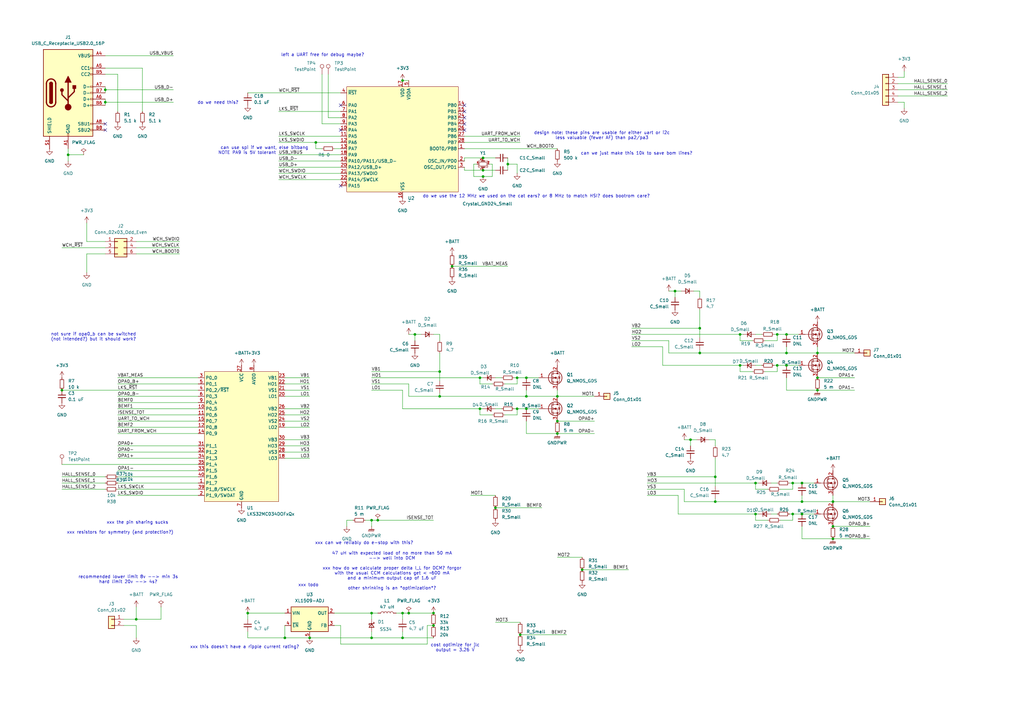
<source format=kicad_sch>
(kicad_sch (version 20231120) (generator "eeschema") (generator_version "8.0")
  (paper "A3")
  (junction (at 198.12 72.39))
  (junction (at 25.4 160.02))
  (junction (at 335.28 154.94))
  (junction (at 213.36 260.35))
  (junction (at 177.8 256.54))
  (junction (at 322.58 149.86))
  (junction (at 170.18 137.16))
  (junction (at 152.4 213.36))
  (junction (at 341.63 205.74))
  (junction (at 303.53 137.16))
  (junction (at 167.64 251.46))
  (junction (at 238.76 233.68))
  (junction (at 152.4 251.46))
  (junction (at 335.28 144.78))
  (junction (at 215.9 154.94))
  (junction (at 228.6 162.56))
  (junction (at 293.37 195.58))
  (junction (at 322.58 137.16))
  (junction (at 215.9 167.64))
  (junction (at 198.12 64.77))
  (junction (at 55.88 254))
  (junction (at 335.28 160.02))
  (junction (at 165.1 251.46))
  (junction (at 180.34 162.56))
  (junction (at 129.54 58.42))
  (junction (at 127 261.62))
  (junction (at 101.6 251.46))
  (junction (at 309.88 198.12))
  (junction (at 287.02 134.62))
  (junction (at 341.63 215.9))
  (junction (at 43.18 36.83))
  (junction (at 322.58 144.78))
  (junction (at 152.4 261.62))
  (junction (at 165.1 261.62))
  (junction (at 154.94 213.36))
  (junction (at 180.34 152.4))
  (junction (at 203.2 208.28))
  (junction (at 293.37 205.74))
  (junction (at 212.09 154.94))
  (junction (at 276.86 119.38))
  (junction (at 309.88 210.82))
  (junction (at 196.85 167.64))
  (junction (at 198.12 69.85))
  (junction (at 325.12 210.82))
  (junction (at 208.28 67.31))
  (junction (at 318.77 137.16))
  (junction (at 328.93 198.12))
  (junction (at 303.53 149.86))
  (junction (at 283.21 180.34))
  (junction (at 318.77 149.86))
  (junction (at 325.12 198.12))
  (junction (at 215.9 162.56))
  (junction (at 185.42 109.22))
  (junction (at 116.84 261.62))
  (junction (at 228.6 172.72))
  (junction (at 165.1 33.02))
  (junction (at 287.02 144.78))
  (junction (at 228.6 177.8))
  (junction (at 196.85 154.94))
  (junction (at 212.09 167.64))
  (junction (at 177.8 251.46))
  (junction (at 328.93 210.82))
  (junction (at 27.94 63.5))
  (junction (at 328.93 205.74))
  (junction (at 341.63 220.98))
  (junction (at 43.18 41.91))
  (no_connect (at 139.7 43.18))
  (no_connect (at 43.18 53.34))
  (no_connect (at 43.18 50.8))
  (no_connect (at 139.7 53.34))
  (no_connect (at 190.5 45.72))
  (no_connect (at 190.5 50.8))
  (no_connect (at 190.5 48.26))
  (no_connect (at 190.5 43.18))
  (no_connect (at 190.5 53.34))
  (no_connect (at 139.7 76.2))
  (wire (pts (xy 368.3 31.75) (xy 370.84 31.75)))
  (wire (pts (xy 198.12 72.39) (xy 201.93 72.39)))
  (wire (pts (xy 325.12 210.82) (xy 323.85 210.82)))
  (wire (pts (xy 201.93 67.31) (xy 200.66 67.31)))
  (wire (pts (xy 152.4 251.46) (xy 154.94 251.46)))
  (wire (pts (xy 287.02 144.78) (xy 322.58 144.78)))
  (wire (pts (xy 303.53 137.16) (xy 304.8 137.16)))
  (wire (pts (xy 101.6 251.46) (xy 116.84 251.46)))
  (wire (pts (xy 139.7 256.54) (xy 137.16 256.54)))
  (wire (pts (xy 152.4 213.36) (xy 152.4 215.9)))
  (wire (pts (xy 43.18 27.94) (xy 58.42 27.94)))
  (wire (pts (xy 48.26 200.66) (xy 81.28 200.66)))
  (wire (pts (xy 25.4 190.5) (xy 81.28 190.5)))
  (wire (pts (xy 55.88 104.14) (xy 73.66 104.14)))
  (wire (pts (xy 274.32 139.7) (xy 274.32 144.78)))
  (wire (pts (xy 48.26 195.58) (xy 81.28 195.58)))
  (wire (pts (xy 318.77 137.16) (xy 318.77 139.7)))
  (wire (pts (xy 322.58 149.86) (xy 327.66 149.86)))
  (wire (pts (xy 215.9 162.56) (xy 228.6 162.56)))
  (wire (pts (xy 167.64 157.48) (xy 167.64 162.56)))
  (wire (pts (xy 293.37 205.74) (xy 293.37 204.47)))
  (wire (pts (xy 101.6 259.08) (xy 101.6 261.62)))
  (wire (pts (xy 116.84 162.56) (xy 127 162.56)))
  (wire (pts (xy 328.93 215.9) (xy 328.93 220.98)))
  (wire (pts (xy 177.8 256.54) (xy 175.26 256.54)))
  (wire (pts (xy 259.08 134.62) (xy 287.02 134.62)))
  (wire (pts (xy 35.56 104.14) (xy 35.56 111.76)))
  (wire (pts (xy 116.84 256.54) (xy 116.84 261.62)))
  (wire (pts (xy 283.21 180.34) (xy 285.75 180.34)))
  (wire (pts (xy 180.34 162.56) (xy 215.9 162.56)))
  (wire (pts (xy 328.93 203.2) (xy 328.93 205.74)))
  (wire (pts (xy 43.18 41.91) (xy 43.18 43.18)))
  (wire (pts (xy 318.77 137.16) (xy 322.58 137.16)))
  (wire (pts (xy 152.4 160.02) (xy 165.1 160.02)))
  (wire (pts (xy 43.18 36.83) (xy 71.12 36.83)))
  (wire (pts (xy 170.18 137.16) (xy 172.72 137.16)))
  (wire (pts (xy 165.1 259.08) (xy 165.1 261.62)))
  (wire (pts (xy 190.5 58.42) (xy 213.36 58.42)))
  (wire (pts (xy 208.28 67.31) (xy 208.28 69.85)))
  (wire (pts (xy 212.09 154.94) (xy 215.9 154.94)))
  (wire (pts (xy 335.28 144.78) (xy 350.52 144.78)))
  (wire (pts (xy 175.26 264.16) (xy 139.7 264.16)))
  (wire (pts (xy 228.6 172.72) (xy 243.84 172.72)))
  (wire (pts (xy 322.58 160.02) (xy 335.28 160.02)))
  (wire (pts (xy 278.13 210.82) (xy 309.88 210.82)))
  (wire (pts (xy 43.18 99.06) (xy 35.56 99.06)))
  (wire (pts (xy 25.4 200.66) (xy 43.18 200.66)))
  (wire (pts (xy 341.63 205.74) (xy 341.63 203.2)))
  (wire (pts (xy 177.8 137.16) (xy 180.34 137.16)))
  (wire (pts (xy 58.42 27.94) (xy 58.42 45.72)))
  (wire (pts (xy 101.6 261.62) (xy 116.84 261.62)))
  (wire (pts (xy 320.04 213.36) (xy 325.12 213.36)))
  (wire (pts (xy 190.5 69.85) (xy 198.12 69.85)))
  (wire (pts (xy 309.88 210.82) (xy 309.88 213.36)))
  (wire (pts (xy 190.5 64.77) (xy 198.12 64.77)))
  (wire (pts (xy 43.18 36.83) (xy 43.18 38.1)))
  (wire (pts (xy 152.4 152.4) (xy 180.34 152.4)))
  (wire (pts (xy 196.85 170.18) (xy 201.93 170.18)))
  (wire (pts (xy 129.54 58.42) (xy 139.7 58.42)))
  (wire (pts (xy 43.18 104.14) (xy 35.56 104.14)))
  (wire (pts (xy 309.88 210.82) (xy 311.15 210.82)))
  (wire (pts (xy 116.84 175.26) (xy 127 175.26)))
  (wire (pts (xy 165.1 261.62) (xy 177.8 261.62)))
  (wire (pts (xy 293.37 195.58) (xy 293.37 187.96)))
  (wire (pts (xy 48.26 193.04) (xy 81.28 193.04)))
  (wire (pts (xy 152.4 154.94) (xy 196.85 154.94)))
  (wire (pts (xy 25.4 101.6) (xy 43.18 101.6)))
  (wire (pts (xy 293.37 205.74) (xy 328.93 205.74)))
  (wire (pts (xy 25.4 198.12) (xy 43.18 198.12)))
  (wire (pts (xy 165.1 160.02) (xy 165.1 167.64)))
  (wire (pts (xy 276.86 119.38) (xy 276.86 121.92)))
  (wire (pts (xy 309.88 198.12) (xy 311.15 198.12)))
  (wire (pts (xy 66.04 248.92) (xy 66.04 254)))
  (wire (pts (xy 318.77 137.16) (xy 317.5 137.16)))
  (wire (pts (xy 276.86 119.38) (xy 279.4 119.38)))
  (wire (pts (xy 320.04 200.66) (xy 325.12 200.66)))
  (wire (pts (xy 127 261.62) (xy 152.4 261.62)))
  (wire (pts (xy 215.9 177.8) (xy 228.6 177.8)))
  (wire (pts (xy 203.2 167.64) (xy 205.74 167.64)))
  (wire (pts (xy 265.43 200.66) (xy 280.67 200.66)))
  (wire (pts (xy 142.24 213.36) (xy 142.24 215.9)))
  (wire (pts (xy 271.78 142.24) (xy 271.78 149.86)))
  (wire (pts (xy 228.6 162.56) (xy 228.6 160.02)))
  (wire (pts (xy 48.26 198.12) (xy 81.28 198.12)))
  (wire (pts (xy 180.34 137.16) (xy 180.34 139.7)))
  (wire (pts (xy 259.08 142.24) (xy 271.78 142.24)))
  (wire (pts (xy 43.18 30.48) (xy 48.26 30.48)))
  (wire (pts (xy 152.4 157.48) (xy 167.64 157.48)))
  (wire (pts (xy 259.08 137.16) (xy 303.53 137.16)))
  (wire (pts (xy 212.09 167.64) (xy 215.9 167.64)))
  (wire (pts (xy 55.88 254) (xy 55.88 248.92)))
  (wire (pts (xy 196.85 154.94) (xy 196.85 157.48)))
  (wire (pts (xy 170.18 137.16) (xy 170.18 139.7)))
  (wire (pts (xy 316.23 210.82) (xy 318.77 210.82)))
  (wire (pts (xy 43.18 40.64) (xy 43.18 41.91)))
  (wire (pts (xy 228.6 228.6) (xy 238.76 228.6)))
  (wire (pts (xy 50.8 256.54) (xy 55.88 256.54)))
  (wire (pts (xy 165.1 251.46) (xy 165.1 254)))
  (wire (pts (xy 48.26 187.96) (xy 81.28 187.96)))
  (wire (pts (xy 309.88 213.36) (xy 314.96 213.36)))
  (wire (pts (xy 162.56 251.46) (xy 165.1 251.46)))
  (wire (pts (xy 290.83 180.34) (xy 293.37 180.34)))
  (wire (pts (xy 132.08 30.48) (xy 132.08 50.8)))
  (wire (pts (xy 25.4 160.02) (xy 81.28 160.02)))
  (wire (pts (xy 215.9 167.64) (xy 220.98 167.64)))
  (wire (pts (xy 48.26 172.72) (xy 81.28 172.72)))
  (wire (pts (xy 313.69 152.4) (xy 318.77 152.4)))
  (wire (pts (xy 116.84 187.96) (xy 127 187.96)))
  (wire (pts (xy 215.9 160.02) (xy 215.9 162.56)))
  (wire (pts (xy 48.26 165.1) (xy 81.28 165.1)))
  (wire (pts (xy 167.64 162.56) (xy 180.34 162.56)))
  (wire (pts (xy 303.53 149.86) (xy 303.53 152.4)))
  (wire (pts (xy 149.86 213.36) (xy 152.4 213.36)))
  (wire (pts (xy 190.5 66.04) (xy 190.5 64.77)))
  (wire (pts (xy 137.16 251.46) (xy 152.4 251.46)))
  (wire (pts (xy 318.77 149.86) (xy 322.58 149.86)))
  (wire (pts (xy 212.09 154.94) (xy 212.09 157.48)))
  (wire (pts (xy 313.69 139.7) (xy 318.77 139.7)))
  (wire (pts (xy 165.1 261.62) (xy 152.4 261.62)))
  (wire (pts (xy 325.12 210.82) (xy 328.93 210.82)))
  (wire (pts (xy 212.09 67.31) (xy 212.09 71.12)))
  (wire (pts (xy 190.5 60.96) (xy 228.6 60.96)))
  (wire (pts (xy 325.12 198.12) (xy 328.93 198.12)))
  (wire (pts (xy 208.28 67.31) (xy 212.09 67.31)))
  (wire (pts (xy 287.02 119.38) (xy 287.02 121.92)))
  (wire (pts (xy 328.93 210.82) (xy 334.01 210.82)))
  (wire (pts (xy 116.84 157.48) (xy 127 157.48)))
  (wire (pts (xy 207.01 157.48) (xy 212.09 157.48)))
  (wire (pts (xy 116.84 167.64) (xy 127 167.64)))
  (wire (pts (xy 341.63 220.98) (xy 356.87 220.98)))
  (wire (pts (xy 66.04 254) (xy 55.88 254)))
  (wire (pts (xy 370.84 41.91) (xy 370.84 44.45)))
  (wire (pts (xy 283.21 180.34) (xy 283.21 182.88)))
  (wire (pts (xy 116.84 172.72) (xy 127 172.72)))
  (wire (pts (xy 129.54 60.96) (xy 129.54 58.42)))
  (wire (pts (xy 259.08 139.7) (xy 274.32 139.7)))
  (wire (pts (xy 196.85 167.64) (xy 196.85 170.18)))
  (wire (pts (xy 185.42 109.22) (xy 208.28 109.22)))
  (wire (pts (xy 114.3 45.72) (xy 139.7 45.72)))
  (wire (pts (xy 55.88 256.54) (xy 55.88 261.62)))
  (wire (pts (xy 194.31 67.31) (xy 194.31 72.39)))
  (wire (pts (xy 116.84 180.34) (xy 127 180.34)))
  (wire (pts (xy 48.26 203.2) (xy 81.28 203.2)))
  (wire (pts (xy 212.09 154.94) (xy 210.82 154.94)))
  (wire (pts (xy 303.53 152.4) (xy 308.61 152.4)))
  (wire (pts (xy 152.4 213.36) (xy 154.94 213.36)))
  (wire (pts (xy 55.88 99.06) (xy 73.66 99.06)))
  (wire (pts (xy 165.1 251.46) (xy 167.64 251.46)))
  (wire (pts (xy 228.6 162.56) (xy 243.84 162.56)))
  (wire (pts (xy 25.4 195.58) (xy 43.18 195.58)))
  (wire (pts (xy 309.88 137.16) (xy 312.42 137.16)))
  (wire (pts (xy 152.4 261.62) (xy 152.4 259.08)))
  (wire (pts (xy 132.08 60.96) (xy 129.54 60.96)))
  (wire (pts (xy 116.84 154.94) (xy 127 154.94)))
  (wire (pts (xy 43.18 35.56) (xy 43.18 36.83)))
  (wire (pts (xy 322.58 154.94) (xy 322.58 160.02)))
  (wire (pts (xy 48.26 185.42) (xy 81.28 185.42)))
  (wire (pts (xy 114.3 73.66) (xy 139.7 73.66)))
  (wire (pts (xy 325.12 198.12) (xy 325.12 200.66)))
  (wire (pts (xy 335.28 154.94) (xy 350.52 154.94)))
  (wire (pts (xy 280.67 205.74) (xy 293.37 205.74)))
  (wire (pts (xy 175.26 256.54) (xy 175.26 264.16)))
  (wire (pts (xy 144.78 213.36) (xy 142.24 213.36)))
  (wire (pts (xy 228.6 177.8) (xy 243.84 177.8)))
  (wire (pts (xy 48.26 170.18) (xy 81.28 170.18)))
  (wire (pts (xy 196.85 154.94) (xy 198.12 154.94)))
  (wire (pts (xy 193.04 203.2) (xy 203.2 203.2)))
  (wire (pts (xy 114.3 66.04) (xy 139.7 66.04)))
  (wire (pts (xy 116.84 185.42) (xy 127 185.42)))
  (wire (pts (xy 180.34 152.4) (xy 180.34 144.78)))
  (wire (pts (xy 48.26 157.48) (xy 81.28 157.48)))
  (wire (pts (xy 196.85 157.48) (xy 201.93 157.48)))
  (wire (pts (xy 167.64 137.16) (xy 170.18 137.16)))
  (wire (pts (xy 180.34 156.21) (xy 180.34 152.4)))
  (wire (pts (xy 341.63 205.74) (xy 356.87 205.74)))
  (wire (pts (xy 287.02 134.62) (xy 287.02 127)))
  (wire (pts (xy 165.1 33.02) (xy 167.64 33.02)))
  (wire (pts (xy 180.34 161.29) (xy 180.34 162.56)))
  (wire (pts (xy 114.3 55.88) (xy 139.7 55.88)))
  (wire (pts (xy 190.5 68.58) (xy 190.5 69.85)))
  (wire (pts (xy 43.18 41.91) (xy 71.12 41.91)))
  (wire (pts (xy 271.78 149.86) (xy 303.53 149.86)))
  (wire (pts (xy 341.63 215.9) (xy 356.87 215.9)))
  (wire (pts (xy 167.64 251.46) (xy 177.8 251.46)))
  (wire (pts (xy 213.36 260.35) (xy 232.41 260.35)))
  (wire (pts (xy 368.3 34.29) (xy 388.62 34.29)))
  (wire (pts (xy 152.4 254) (xy 152.4 251.46)))
  (wire (pts (xy 55.88 101.6) (xy 73.66 101.6)))
  (wire (pts (xy 238.76 233.68) (xy 257.81 233.68)))
  (wire (pts (xy 278.13 203.2) (xy 278.13 210.82)))
  (wire (pts (xy 303.53 139.7) (xy 308.61 139.7)))
  (wire (pts (xy 27.94 63.5) (xy 34.29 63.5)))
  (wire (pts (xy 318.77 152.4) (xy 318.77 149.86)))
  (wire (pts (xy 196.85 167.64) (xy 198.12 167.64)))
  (wire (pts (xy 48.26 167.64) (xy 81.28 167.64)))
  (wire (pts (xy 215.9 172.72) (xy 215.9 177.8)))
  (wire (pts (xy 328.93 205.74) (xy 341.63 205.74)))
  (wire (pts (xy 318.77 149.86) (xy 317.5 149.86)))
  (wire (pts (xy 303.53 137.16) (xy 303.53 139.7)))
  (wire (pts (xy 114.3 71.12) (xy 139.7 71.12)))
  (wire (pts (xy 114.3 68.58) (xy 139.7 68.58)))
  (wire (pts (xy 328.93 220.98) (xy 341.63 220.98)))
  (wire (pts (xy 35.56 91.44) (xy 35.56 99.06)))
  (wire (pts (xy 101.6 254) (xy 101.6 251.46)))
  (wire (pts (xy 134.62 48.26) (xy 139.7 48.26)))
  (wire (pts (xy 322.58 144.78) (xy 335.28 144.78)))
  (wire (pts (xy 194.31 67.31) (xy 195.58 67.31)))
  (wire (pts (xy 139.7 264.16) (xy 139.7 256.54)))
  (wire (pts (xy 265.43 198.12) (xy 309.88 198.12)))
  (wire (pts (xy 116.84 261.62) (xy 127 261.62)))
  (wire (pts (xy 335.28 144.78) (xy 335.28 142.24)))
  (wire (pts (xy 114.3 63.5) (xy 139.7 63.5)))
  (wire (pts (xy 265.43 203.2) (xy 278.13 203.2)))
  (wire (pts (xy 201.93 67.31) (xy 201.93 72.39)))
  (wire (pts (xy 322.58 142.24) (xy 322.58 144.78)))
  (wire (pts (xy 116.84 170.18) (xy 127 170.18)))
  (wire (pts (xy 50.8 254) (xy 55.88 254)))
  (wire (pts (xy 203.2 208.28) (xy 222.25 208.28)))
  (wire (pts (xy 368.3 39.37) (xy 388.62 39.37)))
  (wire (pts (xy 114.3 58.42) (xy 129.54 58.42)))
  (wire (pts (xy 368.3 36.83) (xy 388.62 36.83)))
  (wire (pts (xy 325.12 213.36) (xy 325.12 210.82)))
  (wire (pts (xy 48.26 177.8) (xy 81.28 177.8)))
  (wire (pts (xy 287.02 144.78) (xy 287.02 143.51)))
  (wire (pts (xy 303.53 149.86) (xy 304.8 149.86)))
  (wire (pts (xy 208.28 64.77) (xy 208.28 67.31)))
  (wire (pts (xy 328.93 198.12) (xy 334.01 198.12)))
  (wire (pts (xy 309.88 200.66) (xy 314.96 200.66)))
  (wire (pts (xy 212.09 170.18) (xy 212.09 167.64)))
  (wire (pts (xy 265.43 195.58) (xy 293.37 195.58)))
  (wire (pts (xy 309.88 149.86) (xy 312.42 149.86)))
  (wire (pts (xy 203.2 255.27) (xy 213.36 255.27)))
  (wire (pts (xy 293.37 180.34) (xy 293.37 182.88)))
  (wire (pts (xy 134.62 30.48) (xy 134.62 48.26)))
  (wire (pts (xy 215.9 154.94) (xy 220.98 154.94)))
  (wire (pts (xy 116.84 160.02) (xy 127 160.02)))
  (wire (pts (xy 48.26 30.48) (xy 48.26 45.72)))
  (wire (pts (xy 368.3 41.91) (xy 370.84 41.91)))
  (wire (pts (xy 198.12 64.77) (xy 203.2 64.77)))
  (wire (pts (xy 48.26 175.26) (xy 81.28 175.26)))
  (wire (pts (xy 48.26 162.56) (xy 81.28 162.56)))
  (wire (pts (xy 43.18 22.86) (xy 71.12 22.86)))
  (wire (pts (xy 325.12 198.12) (xy 323.85 198.12)))
  (wire (pts (xy 27.94 66.04) (xy 27.94 63.5)))
  (wire (pts (xy 132.08 50.8) (xy 139.7 50.8)))
  (wire (pts (xy 27.94 63.5) (xy 27.94 60.96)))
  (wire (pts (xy 316.23 198.12) (xy 318.77 198.12)))
  (wire (pts (xy 137.16 60.96) (xy 139.7 60.96)))
  (wire (pts (xy 280.67 200.66) (xy 280.67 205.74)))
  (wire (pts (xy 48.26 182.88) (xy 81.28 182.88)))
  (wire (pts (xy 154.94 213.36) (xy 177.8 213.36)))
  (wire (pts (xy 370.84 31.75) (xy 370.84 29.21)))
  (wire (pts (xy 198.12 69.85) (xy 203.2 69.85)))
  (wire (pts (xy 280.67 180.34) (xy 283.21 180.34)))
  (wire (pts (xy 212.09 167.64) (xy 210.82 167.64)))
  (wire (pts (xy 309.88 198.12) (xy 309.88 200.66)))
  (wire (pts (xy 274.32 144.78) (xy 287.02 144.78)))
  (wire (pts (xy 165.1 167.64) (xy 196.85 167.64)))
  (wire (pts (xy 198.12 72.39) (xy 194.31 72.39)))
  (wire (pts (xy 116.84 182.88) (xy 127 182.88)))
  (wire (pts (xy 274.32 119.38) (xy 276.86 119.38)))
  (wire (pts (xy 284.48 119.38) (xy 287.02 119.38)))
  (wire (pts (xy 335.28 160.02) (xy 350.52 160.02)))
  (wire (pts (xy 203.2 154.94) (xy 205.74 154.94)))
  (wire (pts (xy 81.28 154.94) (xy 48.26 154.94)))
  (wire (pts (xy 293.37 199.39) (xy 293.37 195.58)))
  (wire (pts (xy 322.58 137.16) (xy 327.66 137.16)))
  (wire (pts (xy 101.6 38.1) (xy 139.7 38.1)))
  (wire (pts (xy 207.01 170.18) (xy 212.09 170.18)))
  (wire (pts (xy 287.02 138.43) (xy 287.02 134.62)))
  (wire (pts (xy 190.5 55.88) (xy 213.36 55.88)))
  (text "can use spi if we want, else bitbang" (at 108.458 60.706 0) (effects (font (size 1.27 1.27))))
  (text "do we use the 12 MHz we used on the cat ears? or 8 MHz to match HSI? does bootrom care?" (at 219.964 80.518 0) (effects (font (size 1.27 1.27))))
  (text "can we just make this 10k to save bom lines?" (at 261.112 62.992 0) (effects (font (size 1.27 1.27))))
  (text "xxx can we reliably do e-stop with this?" (at 149.352 222.758 0) (effects (font (size 1.27 1.27))))
  (text "not sure if opa0_b can be switched\n(not intended?) but it should work?" (at 38.354 138.176 0) (effects (font (size 1.27 1.27))))
  (text "left a UART free for debug maybe?" (at 132.334 22.606 0) (effects (font (size 1.27 1.27))))
  (text "design note: these pins are usable for either uart or i2c\nless valuable (fewer AF) than pa2/pa3" (at 246.888 55.626 0) (effects (font (size 1.27 1.27))))
  (text "do we need this?" (at 89.408 42.164 0) (effects (font (size 1.27 1.27))))
  (text "47 uH with expected load of no more than 50 mA\n--> well into DCM\n\nxxx how do we calculate proper delta I_L for DCM? forgor\nwith the usual CCM calculations get < ~600 mA\nand a minimum output cap of 1.6 uF\n\nother shrinking is an *optimization*?" (at 160.782 234.188 0) (effects (font (size 1.27 1.27))))
  (text "recommended lower limit 8v --> min 3s\nhard limit 20v --> 4s?" (at 52.578 237.744 0) (effects (font (size 1.27 1.27))))
  (text "xxx this doesn't have a ripple current rating?" (at 100.33 265.43 0) (effects (font (size 1.27 1.27))))
  (text "cost optimize for jlc\noutput = 3.26 V" (at 186.69 265.684 0) (effects (font (size 1.27 1.27))))
  (text "xxx the pin sharing sucks" (at 56.388 214.376 0) (effects (font (size 1.27 1.27))))
  (text "xxx resistors for symmetry (and protection?)" (at 49.276 218.44 0) (effects (font (size 1.27 1.27))))
  (text "NOTE PA9 is 5V tolerant" (at 101.346 62.738 0) (effects (font (size 1.27 1.27))))
  (text "xxx todo" (at 126.492 240.03 0) (effects (font (size 1.27 1.27))))
  (label "HO3" (at 127 182.88 180))
  (label "BEMF0" (at 48.26 165.1 0))
  (label "UART_FROM_WCH" (at 48.26 177.8 0))
  (label "WCH_SWCLK" (at 114.3 73.66 0))
  (label "MOT2" (at 350.52 144.78 180))
  (label "WCH_SWCLK" (at 73.66 101.6 180))
  (label "WCH_SWDIO" (at 114.3 71.12 0))
  (label "HALL_SENSE_0" (at 25.4 195.58 0))
  (label "LKS_SWCLK" (at 114.3 55.88 0))
  (label "BEMF1" (at 257.81 233.68 180))
  (label "USB_D+" (at 71.12 41.91 180))
  (label "ISENSE_TOT" (at 48.26 170.18 0))
  (label "VB2" (at 259.08 134.62 0))
  (label "MOT3" (at 203.2 255.27 0))
  (label "LO1" (at 152.4 160.02 0))
  (label "LKS_~{RST}" (at 48.26 160.02 0))
  (label "HO2" (at 127 170.18 180))
  (label "BEMF2" (at 48.26 175.26 0))
  (label "MOT1" (at 243.84 162.56 180))
  (label "USB_D-" (at 71.12 36.83 180))
  (label "OPA0-" (at 243.84 177.8 180))
  (label "UART_TO_WCH" (at 213.36 58.42 180))
  (label "OPA1+" (at 350.52 154.94 180))
  (label "WCH_BOOT0" (at 215.9 60.96 0))
  (label "VS1" (at 127 160.02 180))
  (label "MOT1" (at 193.04 203.2 0))
  (label "VB1" (at 127 154.94 180))
  (label "OPA0_B+" (at 356.87 215.9 180))
  (label "OPA0_B+" (at 48.26 157.48 0))
  (label "VS3" (at 265.43 200.66 0))
  (label "OPA1+" (at 48.26 187.96 0))
  (label "OPA1-" (at 350.52 160.02 180))
  (label "VS2" (at 259.08 139.7 0))
  (label "LO2" (at 127 175.26 180))
  (label "WCH_SWDIO" (at 73.66 99.06 180))
  (label "WCH_~{RST}" (at 25.4 101.6 0))
  (label "HO1" (at 127 157.48 180))
  (label "LO2" (at 259.08 142.24 0))
  (label "MOT2" (at 228.6 228.6 0))
  (label "BEMF2" (at 232.41 260.35 180))
  (label "OPA0_B-" (at 356.87 220.98 180))
  (label "OPA0-" (at 48.26 185.42 0))
  (label "USB_D+" (at 114.3 68.58 0))
  (label "OPA0+" (at 243.84 172.72 180))
  (label "HALL_SENSE_2" (at 25.4 200.66 0))
  (label "HO2" (at 259.08 137.16 0))
  (label "HALL_SENSE_1" (at 388.62 36.83 180))
  (label "WCH_BOOT0" (at 73.66 104.14 180))
  (label "BEMF1" (at 48.26 167.64 0))
  (label "HALL_SENSE_2" (at 388.62 39.37 180))
  (label "VB3" (at 127 180.34 180))
  (label "LO3" (at 127 187.96 180))
  (label "ISENSE_TOT" (at 177.8 213.36 180))
  (label "WCH_~{RST}" (at 114.3 38.1 0))
  (label "OPA1-" (at 48.26 193.04 0))
  (label "BEMF0" (at 222.25 208.28 180))
  (label "LKS_SWDIO" (at 48.26 203.2 0))
  (label "LKS_SWCLK" (at 48.26 200.66 0))
  (label "VS3" (at 127 185.42 180))
  (label "LO1" (at 127 162.56 180))
  (label "VBAT_MEAS" (at 48.26 154.94 0))
  (label "VB3" (at 265.43 195.58 0))
  (label "LO3" (at 265.43 203.2 0))
  (label "HALL_SENSE_0" (at 388.62 34.29 180))
  (label "VS2" (at 127 172.72 180))
  (label "VS1" (at 152.4 157.48 0))
  (label "VBAT_MEAS" (at 208.28 109.22 180))
  (label "VB2" (at 127 167.64 180))
  (label "HO3" (at 265.43 198.12 0))
  (label "UART_TO_WCH" (at 48.26 172.72 0))
  (label "LKS_~{RST}" (at 114.3 45.72 0))
  (label "HO1" (at 152.4 154.94 0))
  (label "MOT3" (at 356.87 205.74 180))
  (label "VB1" (at 152.4 152.4 0))
  (label "HALL_SENSE_1" (at 25.4 198.12 0))
  (label "LKS_SWDIO" (at 114.3 58.42 0))
  (label "UART_FROM_WCH" (at 213.36 55.88 180))
  (label "OPA0+" (at 48.26 182.88 0))
  (label "OPA0_B-" (at 48.26 162.56 0))
  (label "USB_D-" (at 114.3 66.04 0))
  (label "USB_VBUS" (at 71.12 22.86 180))
  (label "USB_VBUS" (at 114.3 63.5 0))
  (symbol (lib_id "Device:C_Small") (at 25.4 162.56 0) (unit 1)
    (property "Reference" "C3" (at 27.94 161.2962 0) (effects (justify left)))
    (property "Value" "0.1 uF" (at 27.94 163.8362 0) (effects (justify left)))
    (property "Description" "Unpolarized capacitor, small symbol" (effects (hide yes)))
  )
  (symbol (lib_id "power:PWR_FLAG") (at 34.29 63.5 0) (unit 1)
    (property "Reference" "#FLG01" (effects (hide yes)))
    (property "Value" "PWR_FLAG" (at 34.29 58.42 0))
    (property "Description" "Special symbol for telling ERC where power comes from" (effects (hide yes)))
  )
  (symbol (lib_id "power:PWR_FLAG") (at 167.64 251.46 0) (unit 1)
    (property "Reference" "#FLG03" (effects (hide yes)))
    (property "Value" "PWR_FLAG" (at 167.64 246.38 0))
    (property "Description" "Special symbol for telling ERC where power comes from" (effects (hide yes)))
  )
  (symbol (lib_id "power:+3V3") (at 35.56 91.44 0) (unit 1)
    (property "Reference" "#PWR011" (effects (hide yes)))
    (property "Value" "+3V3" (at 35.56 86.36 0))
    (property "Description" "Power symbol creates a global label with name \"+3V3\"" (effects (hide yes)))
  )
  (symbol (lib_id "power:+BATT") (at 185.42 104.14 0) (unit 1)
    (property "Reference" "#PWR043" (effects (hide yes)))
    (property "Value" "+BATT" (at 185.42 99.06 0))
    (property "Description" "Power symbol creates a global label with name \"+BATT\"" (effects (hide yes)))
  )
  (symbol (lib_id "power:GND") (at 58.42 50.8 0) (unit 1)
    (property "Reference" "#PWR04" (effects (hide yes)))
    (property "Value" "GND" (at 58.42 55.88 0))
    (property "Description" "Power symbol creates a global label with name \"GND\" , ground" (effects (hide yes)))
  )
  (symbol (lib_id "Device:R_Small") (at 314.96 137.16 90) (unit 1)
    (property "Reference" "R18" (at 317.754 132.08 90))
    (property "Value" "R_Small" (at 316.738 134.874 90))
    (property "Description" "Resistor, small symbol" (effects (hide yes)))
  )
  (symbol (lib_id "Device:R_Small") (at 314.96 149.86 90) (unit 1)
    (property "Reference" "R20" (at 315.214 148.082 90))
    (property "Value" "R_Small" (at 324.612 148.59 90))
    (property "Description" "Resistor, small symbol" (effects (hide yes)))
  )
  (symbol (lib_id "power:+BATT") (at 280.67 180.34 0) (unit 1)
    (property "Reference" "#PWR033" (effects (hide yes)))
    (property "Value" "+BATT" (at 280.67 175.26 0))
    (property "Description" "Power symbol creates a global label with name \"+BATT\"" (effects (hide yes)))
  )
  (symbol (lib_id "Device:C_Small") (at 322.58 152.4 0) (unit 1)
    (property "Reference" "C13" (at 325.12 151.1362 0) (effects (justify left)))
    (property "Value" "DNL" (at 325.12 153.6762 0) (effects (justify left)))
    (property "Description" "Unpolarized capacitor, small symbol" (effects (hide yes)))
  )
  (symbol (lib_id "power:+BATT") (at 228.6 149.86 0) (unit 1)
    (property "Reference" "#PWR026" (effects (hide yes)))
    (property "Value" "+BATT" (at 228.6 144.78 0))
    (property "Description" "Power symbol creates a global label with name \"+BATT\"" (effects (hide yes)))
  )
  (symbol (lib_id "Device:R_Small") (at 25.4 157.48 0) (unit 1)
    (property "Reference" "R7" (at 27.94 156.2099 0) (effects (justify left)))
    (property "Value" "10 k" (at 27.94 158.7499 0) (effects (justify left)))
    (property "Description" "Resistor, small symbol" (effects (hide yes)))
  )
  (symbol (lib_id "power:GND") (at 99.06 208.28 0) (unit 1)
    (property "Reference" "#PWR013" (effects (hide yes)))
    (property "Value" "GND" (at 99.06 213.36 0))
    (property "Description" "Power symbol creates a global label with name \"GND\" , ground" (effects (hide yes)))
  )
  (symbol (lib_id "Device:D_Small") (at 313.69 198.12 0) (unit 1)
    (property "Reference" "D9" (at 311.404 193.548 0))
    (property "Value" "D_Small" (at 309.88 196.088 0))
    (property "Description" "Diode, small symbol" (effects (hide yes)))
    (property "Sim.Device" "D" (effects (hide yes)))
    (property "Sim.Pins" "1=K 2=A" (effects (hide yes)))
  )
  (symbol (lib_id "Device:C_Small") (at 276.86 124.46 0) (mirror y) (unit 1)
    (property "Reference" "C10" (at 274.32 123.1962 0) (effects (justify left)))
    (property "Value" "C_Small" (at 274.32 125.7362 0) (effects (justify left)))
    (property "Description" "Unpolarized capacitor, small symbol" (effects (hide yes)))
  )
  (symbol (lib_id "power:PWR_FLAG") (at 66.04 248.92 0) (unit 1)
    (property "Reference" "#FLG02" (effects (hide yes)))
    (property "Value" "PWR_FLAG" (at 66.04 243.84 0))
    (property "Description" "Special symbol for telling ERC where power comes from" (effects (hide yes)))
  )
  (symbol (lib_id "Device:R_Small") (at 48.26 48.26 0) (unit 1)
    (property "Reference" "R1" (at 50.8 46.9899 0) (effects (justify left)))
    (property "Value" "5.1 k" (at 50.8 49.5299 0) (effects (justify left)))
    (property "Description" "Resistor, small symbol" (effects (hide yes)))
  )
  (symbol (lib_id "Connector_Generic:Conn_01x01") (at 361.95 205.74 0) (unit 1)
    (property "Reference" "J6" (at 364.49 204.4699 0) (effects (justify left)))
    (property "Value" "Conn_01x01" (at 364.49 207.0099 0) (effects (justify left)))
    (property "Description" "Generic connector, single row, 01x01, script generated (kicad-library-utils/schlib/autogen/connector/)" (effects (hide yes)))
  )
  (symbol (lib_id "Device:C_Small") (at 215.9 170.18 0) (unit 1)
    (property "Reference" "C9" (at 218.44 168.9162 0) (effects (justify left)))
    (property "Value" "DNL" (at 218.44 171.4562 0) (effects (justify left)))
    (property "Description" "Unpolarized capacitor, small symbol" (effects (hide yes)))
  )
  (symbol (lib_id "power:+BATT") (at 99.06 149.86 0) (unit 1)
    (property "Reference" "#PWR022" (effects (hide yes)))
    (property "Value" "+BATT" (at 99.06 144.78 0))
    (property "Description" "Power symbol creates a global label with name \"+BATT\"" (effects (hide yes)))
  )
  (symbol (lib_id "Device:D_Small") (at 200.66 167.64 0) (unit 1)
    (property "Reference" "D4" (at 195.072 166.116 0))
    (property "Value" "D_Small" (at 200.406 165.862 0))
    (property "Description" "Diode, small symbol" (effects (hide yes)))
    (property "Sim.Device" "D" (effects (hide yes)))
    (property "Sim.Pins" "1=K 2=A" (effects (hide yes)))
  )
  (symbol (lib_id "power:GND") (at 27.94 66.04 0) (unit 1)
    (property "Reference" "#PWR01" (effects (hide yes)))
    (property "Value" "GND" (at 27.94 71.12 0))
    (property "Description" "Power symbol creates a global label with name \"GND\" , ground" (effects (hide yes)))
  )
  (symbol (lib_id "Device:C_Small") (at 170.18 142.24 0) (mirror y) (unit 1)
    (property "Reference" "C6" (at 167.64 140.9762 0) (effects (justify left)))
    (property "Value" "C_Small" (at 167.64 143.5162 0) (effects (justify left)))
    (property "Description" "Unpolarized capacitor, small symbol" (effects (hide yes)))
  )
  (symbol (lib_id "Device:R_Small") (at 203.2 205.74 0) (unit 1)
    (property "Reference" "R29" (at 205.74 204.4699 0) (effects (justify left)))
    (property "Value" "R_Small" (at 205.74 207.0099 0) (effects (justify left)))
    (property "Description" "Resistor, small symbol" (effects (hide yes)))
  )
  (symbol (lib_id "power:GND") (at 55.88 261.62 0) (unit 1)
    (property "Reference" "#PWR017" (effects (hide yes)))
    (property "Value" "GND" (at 55.88 266.7 0))
    (property "Description" "Power symbol creates a global label with name \"GND\" , ground" (effects (hide yes)))
  )
  (symbol (lib_id "Device:C_Small") (at 205.74 64.77 90) (unit 1)
    (property "Reference" "C1" (at 214.376 64.77 90))
    (property "Value" "C_Small" (at 219.71 64.77 90))
    (property "Description" "Unpolarized capacitor, small symbol" (effects (hide yes)))
  )
  (symbol (lib_id "Device:Q_NMOS_GDS") (at 332.74 137.16 0) (unit 1)
    (property "Reference" "Q3" (at 339.09 135.8899 0) (effects (justify left)))
    (property "Value" "Q_NMOS_GDS" (at 339.09 138.4299 0) (effects (justify left)))
    (property "Description" "N-MOSFET transistor, gate/drain/source" (effects (hide yes)))
  )
  (symbol (lib_id "Connector:TestPoint") (at 134.62 30.48 0) (unit 1)
    (property "Reference" "TP3" (at 137.16 25.9079 0) (effects (justify left)))
    (property "Value" "TestPoint" (at 137.16 28.4479 0) (effects (justify left)))
    (property "Description" "test point" (effects (hide yes)))
  )
  (symbol (lib_id "Device:C_Small") (at 165.1 256.54 0) (unit 1)
    (property "Reference" "C5" (at 167.64 255.2762 0) (effects (justify left)))
    (property "Value" "4.7 uF" (at 167.64 257.8162 0) (effects (justify left)))
    (property "Description" "Unpolarized capacitor, small symbol" (effects (hide yes)))
    (property "LCSC" "C1779" (effects (hide yes)))
  )
  (symbol (lib_id "Device:Q_NMOS_GDS") (at 339.09 210.82 0) (unit 1)
    (property "Reference" "Q6" (at 345.44 209.5499 0) (effects (justify left)))
    (property "Value" "Q_NMOS_GDS" (at 345.44 212.0899 0) (effects (justify left)))
    (property "Description" "N-MOSFET transistor, gate/drain/source" (effects (hide yes)))
  )
  (symbol (lib_id "Device:R_Small") (at 213.36 262.89 0) (unit 1)
    (property "Reference" "R34" (at 215.9 261.6199 0) (effects (justify left)))
    (property "Value" "R_Small" (at 215.9 264.1599 0) (effects (justify left)))
    (property "Description" "Resistor, small symbol" (effects (hide yes)))
  )
  (symbol (lib_id "power:GND") (at 213.36 265.43 0) (unit 1)
    (property "Reference" "#PWR039" (effects (hide yes)))
    (property "Value" "GND" (at 213.36 270.51 0))
    (property "Description" "Power symbol creates a global label with name \"GND\" , ground" (effects (hide yes)))
  )
  (symbol (lib_id "Device:D_Small") (at 307.34 137.16 0) (unit 1)
    (property "Reference" "D6" (at 305.054 132.588 0))
    (property "Value" "D_Small" (at 303.53 135.128 0))
    (property "Description" "Diode, small symbol" (effects (hide yes)))
    (property "Sim.Device" "D" (effects (hide yes)))
    (property "Sim.Pins" "1=K 2=A" (effects (hide yes)))
  )
  (symbol (lib_id "Device:C_Small") (at 215.9 157.48 0) (unit 1)
    (property "Reference" "C8" (at 218.44 156.2162 0) (effects (justify left)))
    (property "Value" "DNL" (at 218.44 158.7562 0) (effects (justify left)))
    (property "Description" "Unpolarized capacitor, small symbol" (effects (hide yes)))
  )
  (symbol (lib_id "Device:Q_NMOS_GDS") (at 226.06 154.94 0) (unit 1)
    (property "Reference" "Q1" (at 232.41 153.6699 0) (effects (justify left)))
    (property "Value" "Q_NMOS_GDS" (at 232.41 156.2099 0) (effects (justify left)))
    (property "Description" "N-MOSFET transistor, gate/drain/source" (effects (hide yes)))
  )
  (symbol (lib_id "custom_parts:CH32V203GxUx") (at 165.1 58.42 0) (unit 1)
    (property "Reference" "U2" (at 167.2941 81.28 0) (effects (justify left)))
    (property "Value" "~" (at 167.2941 82.55 0) (effects (justify left)))
  )
  (symbol (lib_id "Device:Q_NMOS_GDS") (at 226.06 167.64 0) (unit 1)
    (property "Reference" "Q2" (at 232.41 166.3699 0) (effects (justify left)))
    (property "Value" "Q_NMOS_GDS" (at 232.41 168.9099 0) (effects (justify left)))
    (property "Description" "N-MOSFET transistor, gate/drain/source" (effects (hide yes)))
  )
  (symbol (lib_id "Connector_Generic:Conn_01x02") (at 45.72 254 0) (mirror y) (unit 1)
    (property "Reference" "J3" (at 45.72 247.65 0))
    (property "Value" "Conn_01x02" (at 45.72 250.19 0))
    (property "Description" "Generic connector, single row, 01x02, script generated (kicad-library-utils/schlib/autogen/connector/)" (effects (hide yes)))
  )
  (symbol (lib_id "Device:R_Small") (at 228.6 63.5 0) (unit 1)
    (property "Reference" "R5" (at 231.14 62.2299 0) (effects (justify left)))
    (property "Value" "500 k" (at 231.14 64.7699 0) (effects (justify left)))
    (property "Description" "Resistor, small symbol" (effects (hide yes)))
  )
  (symbol (lib_id "Device:R_Small") (at 213.36 257.81 0) (unit 1)
    (property "Reference" "R33" (at 215.9 256.5399 0) (effects (justify left)))
    (property "Value" "R_Small" (at 215.9 259.0799 0) (effects (justify left)))
    (property "Description" "Resistor, small symbol" (effects (hide yes)))
  )
  (symbol (lib_id "Device:R_Small") (at 58.42 48.26 0) (unit 1)
    (property "Reference" "R2" (at 60.96 46.9899 0) (effects (justify left)))
    (property "Value" "5.1 k" (at 60.96 49.5299 0) (effects (justify left)))
    (property "Description" "Resistor, small symbol" (effects (hide yes)))
  )
  (symbol (lib_id "power:GND") (at 203.2 213.36 0) (unit 1)
    (property "Reference" "#PWR037" (effects (hide yes)))
    (property "Value" "GND" (at 203.2 218.44 0))
    (property "Description" "Power symbol creates a global label with name \"GND\" , ground" (effects (hide yes)))
  )
  (symbol (lib_id "power:GND") (at 228.6 66.04 0) (unit 1)
    (property "Reference" "#PWR010" (effects (hide yes)))
    (property "Value" "GND" (at 228.6 71.12 0))
    (property "Description" "Power symbol creates a global label with name \"GND\" , ground" (effects (hide yes)))
  )
  (symbol (lib_id "Device:R_Small") (at 147.32 213.36 90) (unit 1)
    (property "Reference" "R11" (at 147.32 208.28 90))
    (property "Value" "5 m" (at 147.32 210.82 90))
    (property "Description" "Resistor, small symbol" (effects (hide yes)))
    (property "LCSC" "C393074" (effects (hide yes)))
  )
  (symbol (lib_id "Device:R_Small") (at 185.42 106.68 0) (unit 1)
    (property "Reference" "R35" (at 187.96 105.4099 0) (effects (justify left)))
    (property "Value" "R_Small" (at 187.96 107.9499 0) (effects (justify left)))
    (property "Description" "Resistor, small symbol" (effects (hide yes)))
  )
  (symbol (lib_id "Device:R_Small") (at 45.72 198.12 90) (mirror x) (unit 1)
    (property "Reference" "R39" (at 49.53 196.85 90))
    (property "Value" "10k" (at 52.832 196.596 90))
    (property "Description" "Resistor, small symbol" (effects (hide yes)))
  )
  (symbol (lib_id "Device:D_Small") (at 313.69 210.82 0) (unit 1)
    (property "Reference" "D10" (at 308.102 209.296 0))
    (property "Value" "D_Small" (at 313.436 209.042 0))
    (property "Description" "Diode, small symbol" (effects (hide yes)))
    (property "Sim.Device" "D" (effects (hide yes)))
    (property "Sim.Pins" "1=K 2=A" (effects (hide yes)))
  )
  (symbol (lib_id "Device:C_Small") (at 328.93 200.66 0) (unit 1)
    (property "Reference" "C15" (at 331.47 199.3962 0) (effects (justify left)))
    (property "Value" "DNL" (at 331.47 201.9362 0) (effects (justify left)))
    (property "Description" "Unpolarized capacitor, small symbol" (effects (hide yes)))
  )
  (symbol (lib_id "Device:R_Small") (at 317.5 200.66 90) (unit 1)
    (property "Reference" "R25" (at 312.166 201.93 90))
    (property "Value" "R_Small" (at 320.04 202.692 90))
    (property "Description" "Resistor, small symbol" (effects (hide yes)))
  )
  (symbol (lib_id "power:GND") (at 283.21 187.96 0) (unit 1)
    (property "Reference" "#PWR034" (effects (hide yes)))
    (property "Value" "GND" (at 283.21 193.04 0))
    (property "Description" "Power symbol creates a global label with name \"GND\" , ground" (effects (hide yes)))
  )
  (symbol (lib_id "Device:C_Small") (at 328.93 213.36 0) (unit 1)
    (property "Reference" "C17" (at 331.47 212.0962 0) (effects (justify left)))
    (property "Value" "DNL" (at 331.47 214.6362 0) (effects (justify left)))
    (property "Description" "Unpolarized capacitor, small symbol" (effects (hide yes)))
  )
  (symbol (lib_id "Connector_Generic:Conn_01x01") (at 248.92 162.56 0) (unit 1)
    (property "Reference" "J5" (at 251.46 161.2899 0) (effects (justify left)))
    (property "Value" "Conn_01x01" (at 251.46 163.8299 0) (effects (justify left)))
    (property "Description" "Generic connector, single row, 01x01, script generated (kicad-library-utils/schlib/autogen/connector/)" (effects (hide yes)))
  )
  (symbol (lib_id "power:+3V3") (at 104.14 149.86 0) (unit 1)
    (property "Reference" "#PWR014" (effects (hide yes)))
    (property "Value" "+3V3" (at 104.14 144.78 0))
    (property "Description" "Power symbol creates a global label with name \"+3V3\"" (effects (hide yes)))
  )
  (symbol (lib_id "Device:R_Small") (at 311.15 139.7 90) (unit 1)
    (property "Reference" "R19" (at 305.816 140.97 90))
    (property "Value" "R_Small" (at 313.69 141.732 90))
    (property "Description" "Resistor, small symbol" (effects (hide yes)))
  )
  (symbol (lib_id "Device:R_Small") (at 45.72 200.66 90) (mirror x) (unit 1)
    (property "Reference" "R38" (at 45.72 205.74 90))
    (property "Value" "10k" (at 45.72 203.2 90))
    (property "Description" "Resistor, small symbol" (effects (hide yes)))
  )
  (symbol (lib_id "Device:D_Small") (at 175.26 137.16 180) (unit 1)
    (property "Reference" "D2" (at 175.26 130.81 0))
    (property "Value" "D_Small" (at 175.26 133.35 0))
    (property "Description" "Diode, small symbol" (effects (hide yes)))
    (property "Sim.Device" "D" (effects (hide yes)))
    (property "Sim.Pins" "1=K 2=A" (effects (hide yes)))
  )
  (symbol (lib_id "Device:R_Small") (at 293.37 185.42 0) (unit 1)
    (property "Reference" "R23" (at 295.91 184.1499 0) (effects (justify left)))
    (property "Value" "4.7" (at 295.91 186.6899 0) (effects (justify left)))
    (property "Description" "Resistor, small symbol" (effects (hide yes)))
  )
  (symbol (lib_id "Device:C_Small") (at 101.6 256.54 0) (unit 1)
    (property "Reference" "C4" (at 104.14 255.2762 0) (effects (justify left)))
    (property "Value" "4.7 uF" (at 104.14 257.8162 0) (effects (justify left)))
    (property "Description" "Unpolarized capacitor, small symbol" (effects (hide yes)))
    (property "LCSC" "C29823" (effects (hide yes)))
  )
  (symbol (lib_id "Connector:USB_C_Receptacle_USB2.0_16P") (at 27.94 38.1 0) (unit 1)
    (property "Reference" "J1" (at 27.94 15.24 0))
    (property "Value" "USB_C_Receptacle_USB2.0_16P" (at 27.94 17.78 0))
    (property "Datasheet" "https://www.usb.org/sites/default/files/documents/usb_type-c.zip" (effects (hide yes)))
    (property "Description" "USB 2.0-only 16P Type-C Receptacle connector" (effects (hide yes)))
  )
  (symbol (lib_id "Regulator_Switching:XL1509-ADJ") (at 127 254 0) (unit 1)
    (property "Reference" "U3" (at 127 243.84 0))
    (property "Value" "XL1509-ADJ" (at 127 246.38 0))
    (property "Footprint" "Package_SO:SOIC-8_3.9x4.9mm_P1.27mm" (effects (hide yes)))
    (property "Datasheet" "https://datasheet.lcsc.com/lcsc/1809050422_XLSEMI-XL1509-5-0E1_C61063.pdf" (effects (hide yes)))
    (property "Description" "Buck DC/DC Converter, 2A, 1.23-37V Adjustable Output Voltage, 4.5-40V Input Voltage" (effects (hide yes)))
  )
  (symbol (lib_id "Connector:TestPoint") (at 25.4 190.5 0) (unit 1)
    (property "Reference" "TP2" (at 27.94 185.9279 0) (effects (justify left)))
    (property "Value" "TestPoint" (at 27.94 188.4679 0) (effects (justify left)))
    (property "Description" "test point" (effects (hide yes)))
  )
  (symbol (lib_id "Device:R_Small") (at 287.02 124.46 0) (unit 1)
    (property "Reference" "R17" (at 289.56 123.1899 0) (effects (justify left)))
    (property "Value" "4.7" (at 289.56 125.7299 0) (effects (justify left)))
    (property "Description" "Resistor, small symbol" (effects (hide yes)))
  )
  (symbol (lib_id "Device:R_Small") (at 203.2 210.82 0) (unit 1)
    (property "Reference" "R30" (at 205.74 209.5499 0) (effects (justify left)))
    (property "Value" "R_Small" (at 205.74 212.0899 0) (effects (justify left)))
    (property "Description" "Resistor, small symbol" (effects (hide yes)))
  )
  (symbol (lib_id "power:+3V3") (at 25.4 154.94 0) (unit 1)
    (property "Reference" "#PWR015" (effects (hide yes)))
    (property "Value" "+3V3" (at 25.4 149.86 0))
    (property "Description" "Power symbol creates a global label with name \"+3V3\"" (effects (hide yes)))
  )
  (symbol (lib_id "power:GND") (at 25.4 165.1 0) (unit 1)
    (property "Reference" "#PWR018" (effects (hide yes)))
    (property "Value" "GND" (at 25.4 170.18 0))
    (property "Description" "Power symbol creates a global label with name \"GND\" , ground" (effects (hide yes)))
  )
  (symbol (lib_id "Device:C_Small") (at 293.37 201.93 0) (mirror y) (unit 1)
    (property "Reference" "C16" (at 290.83 200.6662 0) (effects (justify left)))
    (property "Value" "C_Small" (at 290.83 203.2062 0) (effects (justify left)))
    (property "Description" "Unpolarized capacitor, small symbol" (effects (hide yes)))
  )
  (symbol (lib_id "power:GND") (at 142.24 215.9 0) (unit 1)
    (property "Reference" "#PWR028" (effects (hide yes)))
    (property "Value" "GND" (at 142.24 220.98 0))
    (property "Description" "Power symbol creates a global label with name \"GND\" , ground" (effects (hide yes)))
  )
  (symbol (lib_id "Device:C_Small") (at 283.21 185.42 0) (mirror y) (unit 1)
    (property "Reference" "C14" (at 280.67 184.1562 0) (effects (justify left)))
    (property "Value" "C_Small" (at 280.67 186.6962 0) (effects (justify left)))
    (property "Description" "Unpolarized capacitor, small symbol" (effects (hide yes)))
  )
  (symbol (lib_id "Device:R_Small") (at 208.28 167.64 90) (unit 1)
    (property "Reference" "R15" (at 208.534 165.862 90))
    (property "Value" "R_Small" (at 217.932 166.37 90))
    (property "Description" "Resistor, small symbol" (effects (hide yes)))
  )
  (symbol (lib_id "Connector:TestPoint") (at 132.08 30.48 0) (mirror y) (unit 1)
    (property "Reference" "TP4" (at 129.54 25.9079 0) (effects (justify left)))
    (property "Value" "TestPoint" (at 129.54 28.4479 0) (effects (justify left)))
    (property "Description" "test point" (effects (hide yes)))
  )
  (symbol (lib_id "Device:C_Small") (at 322.58 139.7 0) (unit 1)
    (property "Reference" "C11" (at 325.12 138.4362 0) (effects (justify left)))
    (property "Value" "DNL" (at 325.12 140.9762 0) (effects (justify left)))
    (property "Description" "Unpolarized capacitor, small symbol" (effects (hide yes)))
  )
  (symbol (lib_id "power:GND") (at 20.32 60.96 0) (unit 1)
    (property "Reference" "#PWR02" (effects (hide yes)))
    (property "Value" "GND" (at 20.32 66.04 0))
    (property "Description" "Power symbol creates a global label with name \"GND\" , ground" (effects (hide yes)))
  )
  (symbol (lib_id "power:GND") (at 370.84 44.45 0) (unit 1)
    (property "Reference" "#PWR040" (effects (hide yes)))
    (property "Value" "GND" (at 370.84 49.53 0))
    (property "Description" "Power symbol creates a global label with name \"GND\" , ground" (effects (hide yes)))
  )
  (symbol (lib_id "Device:R_Small") (at 177.8 259.08 0) (unit 1)
    (property "Reference" "R13" (at 180.34 257.8099 0) (effects (justify left)))
    (property "Value" "20k" (at 180.34 260.3499 0) (effects (justify left)))
    (property "Description" "Resistor, small symbol" (effects (hide yes)))
  )
  (symbol (lib_id "power:GND") (at 101.6 43.18 0) (unit 1)
    (property "Reference" "#PWR05" (effects (hide yes)))
    (property "Value" "GND" (at 101.6 48.26 0))
    (property "Description" "Power symbol creates a global label with name \"GND\" , ground" (effects (hide yes)))
  )
  (symbol (lib_id "power:GNDPWR") (at 152.4 215.9 0) (unit 1)
    (property "Reference" "#PWR027" (effects (hide yes)))
    (property "Value" "GNDPWR" (at 152.273 219.71 0))
    (property "Description" "Power symbol creates a global label with name \"GNDPWR\" , global ground" (effects (hide yes)))
  )
  (symbol (lib_id "power:GND") (at 198.12 72.39 0) (unit 1)
    (property "Reference" "#PWR09" (effects (hide yes)))
    (property "Value" "GND" (at 198.12 77.47 0))
    (property "Description" "Power symbol creates a global label with name \"GND\" , ground" (effects (hide yes)))
  )
  (symbol (lib_id "Device:R_Small") (at 228.6 175.26 0) (unit 1)
    (property "Reference" "R8" (at 231.14 173.9899 0) (effects (justify left)))
    (property "Value" "5 m" (at 231.14 176.5299 0) (effects (justify left)))
    (property "Description" "Resistor, small symbol" (effects (hide yes)))
    (property "LCSC" "C393074" (effects (hide yes)))
  )
  (symbol (lib_id "power:GNDPWR") (at 335.28 160.02 0) (unit 1)
    (property "Reference" "#PWR032" (effects (hide yes)))
    (property "Value" "GNDPWR" (at 335.153 163.83 0))
    (property "Description" "Power symbol creates a global label with name \"GNDPWR\" , global ground" (effects (hide yes)))
  )
  (symbol (lib_id "Device:R_Small") (at 45.72 195.58 90) (mirror x) (unit 1)
    (property "Reference" "R37" (at 49.53 194.31 90))
    (property "Value" "10k" (at 52.832 194.564 90))
    (property "Description" "Resistor, small symbol" (effects (hide yes)))
  )
  (symbol (lib_id "Device:D_Small") (at 307.34 149.86 0) (unit 1)
    (property "Reference" "D7" (at 301.752 148.336 0))
    (property "Value" "D_Small" (at 307.086 148.082 0))
    (property "Description" "Diode, small symbol" (effects (hide yes)))
    (property "Sim.Device" "D" (effects (hide yes)))
    (property "Sim.Pins" "1=K 2=A" (effects (hide yes)))
  )
  (symbol (lib_id "power:+BATT") (at 341.63 193.04 0) (unit 1)
    (property "Reference" "#PWR035" (effects (hide yes)))
    (property "Value" "+BATT" (at 341.63 187.96 0))
    (property "Description" "Power symbol creates a global label with name \"+BATT\"" (effects (hide yes)))
  )
  (symbol (lib_id "Device:Q_NMOS_GDS") (at 339.09 198.12 0) (unit 1)
    (property "Reference" "Q5" (at 345.44 196.8499 0) (effects (justify left)))
    (property "Value" "Q_NMOS_GDS" (at 345.44 199.3899 0) (effects (justify left)))
    (property "Description" "N-MOSFET transistor, gate/drain/source" (effects (hide yes)))
  )
  (symbol (lib_id "Device:C_Small") (at 101.6 40.64 0) (unit 1)
    (property "Reference" "C18" (at 104.14 39.3762 0) (effects (justify left)))
    (property "Value" "0.1 uF" (at 104.14 41.9162 0) (effects (justify left)))
    (property "Description" "Unpolarized capacitor, small symbol" (effects (hide yes)))
  )
  (symbol (lib_id "Device:D_Small") (at 200.66 154.94 0) (unit 1)
    (property "Reference" "D3" (at 198.374 150.368 0))
    (property "Value" "D_Small" (at 196.85 152.908 0))
    (property "Description" "Diode, small symbol" (effects (hide yes)))
    (property "Sim.Device" "D" (effects (hide yes)))
    (property "Sim.Pins" "1=K 2=A" (effects (hide yes)))
  )
  (symbol (lib_id "power:GND") (at 35.56 111.76 0) (unit 1)
    (property "Reference" "#PWR012" (effects (hide yes)))
    (property "Value" "GND" (at 35.56 116.84 0))
    (property "Description" "Power symbol creates a global label with name \"GND\" , ground" (effects (hide yes)))
  )
  (symbol (lib_id "power:+BATT") (at 101.6 251.46 0) (unit 1)
    (property "Reference" "#PWR020" (effects (hide yes)))
    (property "Value" "+BATT" (at 101.6 246.38 0))
    (property "Description" "Power symbol creates a global label with name \"+BATT\"" (effects (hide yes)))
  )
  (symbol (lib_id "Device:R_Small") (at 238.76 231.14 0) (unit 1)
    (property "Reference" "R31" (at 241.3 229.8699 0) (effects (justify left)))
    (property "Value" "R_Small" (at 241.3 232.4099 0) (effects (justify left)))
    (property "Description" "Resistor, small symbol" (effects (hide yes)))
  )
  (symbol (lib_id "power:GND") (at 170.18 144.78 0) (unit 1)
    (property "Reference" "#PWR024" (effects (hide yes)))
    (property "Value" "GND" (at 170.18 149.86 0))
    (property "Description" "Power symbol creates a global label with name \"GND\" , ground" (effects (hide yes)))
  )
  (symbol (lib_id "Device:D_Small") (at 281.94 119.38 180) (unit 1)
    (property "Reference" "D5" (at 281.94 113.03 0))
    (property "Value" "D_Small" (at 281.94 115.57 0))
    (property "Description" "Diode, small symbol" (effects (hide yes)))
    (property "Sim.Device" "D" (effects (hide yes)))
    (property "Sim.Pins" "1=K 2=A" (effects (hide yes)))
  )
  (symbol (lib_id "Device:R_Small") (at 238.76 236.22 0) (unit 1)
    (property "Reference" "R32" (at 241.3 234.9499 0) (effects (justify left)))
    (property "Value" "R_Small" (at 241.3 237.4899 0) (effects (justify left)))
    (property "Description" "Resistor, small symbol" (effects (hide yes)))
  )
  (symbol (lib_id "power:+BATT") (at 335.28 132.08 0) (unit 1)
    (property "Reference" "#PWR031" (effects (hide yes)))
    (property "Value" "+BATT" (at 335.28 127 0))
    (property "Description" "Power symbol creates a global label with name \"+BATT\"" (effects (hide yes)))
  )
  (symbol (lib_id "Device:D_Schottky_Small") (at 152.4 256.54 270) (unit 1)
    (property "Reference" "D1" (at 154.94 255.0159 90) (effects (justify left)))
    (property "Value" "SS34" (at 155.702 258.064 90) (effects (justify left)))
    (property "Description" "Schottky diode, small symbol" (effects (hide yes)))
    (property "LCSC" "C8678" (effects (hide yes)))
  )
  (symbol (lib_id "Device:R_Small") (at 204.47 157.48 90) (unit 1)
    (property "Reference" "R14" (at 199.136 158.75 90))
    (property "Value" "R_Small" (at 207.01 159.512 90))
    (property "Description" "Resistor, small symbol" (effects (hide yes)))
  )
  (symbol (lib_id "power:PWR_FLAG") (at 154.94 213.36 0) (unit 1)
    (property "Reference" "#FLG04" (effects (hide yes)))
    (property "Value" "PWR_FLAG" (at 154.94 208.28 0))
    (property "Description" "Special symbol for telling ERC where power comes from" (effects (hide yes)))
  )
  (symbol (lib_id "Connector_Generic:Conn_01x01") (at 355.6 144.78 0) (unit 1)
    (property "Reference" "J7" (at 358.14 143.5099 0) (effects (justify left)))
    (property "Value" "Conn_01x01" (at 358.14 146.0499 0) (effects (justify left)))
    (property "Description" "Generic connector, single row, 01x01, script generated (kicad-library-utils/schlib/autogen/connector/)" (effects (hide yes)))
  )
  (symbol (lib_id "Device:R_Small") (at 311.15 152.4 90) (unit 1)
    (property "Reference" "R21" (at 304.546 154.94 90))
    (property "Value" "R_Small" (at 311.15 154.94 90))
    (property "Description" "Resistor, small symbol" (effects (hide yes)))
  )
  (symbol (lib_id "power:+3V3") (at 177.8 251.46 0) (unit 1)
    (property "Reference" "#PWR021" (effects (hide yes)))
    (property "Value" "+3V3" (at 177.8 246.38 0))
    (property "Description" "Power symbol creates a global label with name \"+3V3\"" (effects (hide yes)))
  )
  (symbol (lib_id "Device:R_Small") (at 204.47 170.18 90) (unit 1)
    (property "Reference" "R16" (at 197.866 172.72 90))
    (property "Value" "R_Small" (at 204.47 172.72 90))
    (property "Description" "Resistor, small symbol" (effects (hide yes)))
  )
  (symbol (lib_id "Device:R_Small") (at 180.34 142.24 0) (unit 1)
    (property "Reference" "R9" (at 182.88 140.9699 0) (effects (justify left)))
    (property "Value" "4.7" (at 182.88 143.5099 0) (effects (justify left)))
    (property "Description" "Resistor, small symbol" (effects (hide yes)))
  )
  (symbol (lib_id "Device:R_Small") (at 317.5 213.36 90) (unit 1)
    (property "Reference" "R27" (at 310.896 215.9 90))
    (property "Value" "R_Small" (at 317.5 215.9 90))
    (property "Description" "Resistor, small symbol" (effects (hide yes)))
  )
  (symbol (lib_id "power:GNDPWR") (at 228.6 177.8 0) (unit 1)
    (property "Reference" "#PWR025" (effects (hide yes)))
    (property "Value" "GNDPWR" (at 228.473 181.61 0))
    (property "Description" "Power symbol creates a global label with name \"GNDPWR\" , global ground" (effects (hide yes)))
  )
  (symbol (lib_id "power:GND") (at 276.86 127 0) (unit 1)
    (property "Reference" "#PWR030" (effects (hide yes)))
    (property "Value" "GND" (at 276.86 132.08 0))
    (property "Description" "Power symbol creates a global label with name \"GND\" , ground" (effects (hide yes)))
  )
  (symbol (lib_id "custom_parts:LKS32MC034DFxQx") (at 99.06 177.8 0) (unit 1)
    (property "Reference" "U1" (at 101.2541 208.28 0) (effects (justify left)))
    (property "Value" "LKS32MC034DOFxQx" (at 101.2541 210.82 0) (effects (justify left)))
    (property "Footprint" "Package_DFN_QFN:QFN-40-1EP_5x5mm_P0.4mm_EP3.6x3.6mm" (effects (hide yes)))
    (property "Datasheet" "https://wmsc.lcsc.com/wmsc/upload/file/pdf/v2/lcsc/2306211540_LINKOSEMI-LKS32MC034DOF6Q8B_C5362229.pdf" (effects (hide yes)))
    (property "Description" "ARM M0 MCU with integrated 6N gate drive" (effects (hide yes)))
    (property "LCSC" "C5362229" (effects (hide yes)))
  )
  (symbol (lib_id "power:GND") (at 127 261.62 0) (unit 1)
    (property "Reference" "#PWR019" (effects (hide yes)))
    (property "Value" "GND" (at 127 266.7 0))
    (property "Description" "Power symbol creates a global label with name \"GND\" , ground" (effects (hide yes)))
  )
  (symbol (lib_id "Device:R_Small") (at 335.28 157.48 0) (unit 1)
    (property "Reference" "R22" (at 337.82 156.2099 0) (effects (justify left)))
    (property "Value" "5 m" (at 337.82 158.7499 0) (effects (justify left)))
    (property "Description" "Resistor, small symbol" (effects (hide yes)))
    (property "LCSC" "C393074" (effects (hide yes)))
  )
  (symbol (lib_id "Device:D_Small") (at 288.29 180.34 180) (unit 1)
    (property "Reference" "D8" (at 288.29 173.99 0))
    (property "Value" "D_Small" (at 288.29 176.53 0))
    (property "Description" "Diode, small symbol" (effects (hide yes)))
    (property "Sim.Device" "D" (effects (hide yes)))
    (property "Sim.Pins" "1=K 2=A" (effects (hide yes)))
  )
  (symbol (lib_id "power:GNDPWR") (at 341.63 220.98 0) (unit 1)
    (property "Reference" "#PWR036" (effects (hide yes)))
    (property "Value" "GNDPWR" (at 341.503 224.79 0))
    (property "Description" "Power symbol creates a global label with name \"GNDPWR\" , global ground" (effects (hide yes)))
  )
  (symbol (lib_id "Device:R_Small") (at 208.28 154.94 90) (unit 1)
    (property "Reference" "R10" (at 211.074 149.86 90))
    (property "Value" "R_Small" (at 210.058 152.654 90))
    (property "Description" "Resistor, small symbol" (effects (hide yes)))
  )
  (symbol (lib_id "Device:Crystal_GND24_Small") (at 198.12 67.31 90) (unit 1)
    (property "Reference" "Y1" (at 198.12 62.738 90))
    (property "Value" "Crystal_GND24_Small" (at 199.898 83.566 90))
    (property "Description" "Four pin crystal, GND on pins 2 and 4, small symbol" (effects (hide yes)))
  )
  (symbol (lib_id "power:+BATT") (at 55.88 248.92 0) (unit 1)
    (property "Reference" "#PWR016" (effects (hide yes)))
    (property "Value" "+BATT" (at 55.88 243.84 0))
    (property "Description" "Power symbol creates a global label with name \"+BATT\"" (effects (hide yes)))
  )
  (symbol (lib_id "power:GND") (at 185.42 114.3 0) (unit 1)
    (property "Reference" "#PWR042" (effects (hide yes)))
    (property "Value" "GND" (at 185.42 119.38 0))
    (property "Description" "Power symbol creates a global label with name \"GND\" , ground" (effects (hide yes)))
  )
  (symbol (lib_id "Device:R_Small") (at 341.63 218.44 0) (unit 1)
    (property "Reference" "R28" (at 344.17 217.1699 0) (effects (justify left)))
    (property "Value" "5 m" (at 344.17 219.7099 0) (effects (justify left)))
    (property "Description" "Resistor, small symbol" (effects (hide yes)))
    (property "LCSC" "C393074" (effects (hide yes)))
  )
  (symbol (lib_id "Device:R_Small") (at 321.31 210.82 90) (unit 1)
    (property "Reference" "R26" (at 321.564 209.042 90))
    (property "Value" "R_Small" (at 330.962 209.55 90))
    (property "Description" "Resistor, small symbol" (effects (hide yes)))
  )
  (symbol (lib_id "power:GND") (at 212.09 71.12 0) (unit 1)
    (property "Reference" "#PWR08" (effects (hide yes)))
    (property "Value" "GND" (at 212.09 76.2 0))
    (property "Description" "Power symbol creates a global label with name \"GND\" , ground" (effects (hide yes)))
  )
  (symbol (lib_id "power:GND") (at 48.26 50.8 0) (unit 1)
    (property "Reference" "#PWR03" (effects (hide yes)))
    (property "Value" "GND" (at 48.26 55.88 0))
    (property "Description" "Power symbol creates a global label with name \"GND\" , ground" (effects (hide yes)))
  )
  (symbol (lib_id "Connector_Generic:Conn_01x05") (at 363.22 36.83 0) (mirror y) (unit 1)
    (property "Reference" "J4" (at 360.68 35.5599 0) (effects (justify left)))
    (property "Value" "Conn_01x05" (at 360.68 38.0999 0) (effects (justify left)))
    (property "Description" "Generic connector, single row, 01x05, script generated (kicad-library-utils/schlib/autogen/connector/)" (effects (hide yes)))
  )
  (symbol (lib_id "Device:R_Small") (at 134.62 60.96 90) (unit 1)
    (property "Reference" "R6" (at 131.826 63.5 90))
    (property "Value" "0" (at 134.62 63.5 90))
    (property "Description" "Resistor, small symbol" (effects (hide yes)))
  )
  (symbol (lib_id "power:GND") (at 165.1 81.28 0) (unit 1)
    (property "Reference" "#PWR06" (effects (hide yes)))
    (property "Value" "GND" (at 165.1 86.36 0))
    (property "Description" "Power symbol creates a global label with name \"GND\" , ground" (effects (hide yes)))
  )
  (symbol (lib_id "Device:C_Small") (at 205.74 69.85 90) (unit 1)
    (property "Reference" "C2" (at 214.376 69.85 90))
    (property "Value" "C_Small" (at 219.71 69.85 90))
    (property "Description" "Unpolarized capacitor, small symbol" (effects (hide yes)))
  )
  (symbol (lib_id "Device:C_Small") (at 180.34 158.75 0) (mirror y) (unit 1)
    (property "Reference" "C7" (at 177.8 157.4862 0) (effects (justify left)))
    (property "Value" "C_Small" (at 177.8 160.0262 0) (effects (justify left)))
    (property "Description" "Unpolarized capacitor, small symbol" (effects (hide yes)))
  )
  (symbol (lib_id "power:GND") (at 238.76 238.76 0) (unit 1)
    (property "Reference" "#PWR038" (effects (hide yes)))
    (property "Value" "GND" (at 238.76 243.84 0))
    (property "Description" "Power symbol creates a global label with name \"GND\" , ground" (effects (hide yes)))
  )
  (symbol (lib_id "Device:R_Small") (at 177.8 254 0) (unit 1)
    (property "Reference" "R12" (at 180.34 252.7299 0) (effects (justify left)))
    (property "Value" "33k" (at 180.34 255.2699 0) (effects (justify left)))
    (property "Description" "Resistor, small symbol" (effects (hide yes)))
  )
  (symbol (lib_id "Device:Q_NMOS_GDS") (at 332.74 149.86 0) (unit 1)
    (property "Reference" "Q4" (at 339.09 148.5899 0) (effects (justify left)))
    (property "Value" "Q_NMOS_GDS" (at 339.09 151.1299 0) (effects (justify left)))
    (property "Description" "N-MOSFET transistor, gate/drain/source" (effects (hide yes)))
  )
  (symbol (lib_id "Device:R_Small") (at 185.42 111.76 0) (unit 1)
    (property "Reference" "R36" (at 187.96 110.4899 0) (effects (justify left)))
    (property "Value" "R_Small" (at 187.96 113.0299 0) (effects (justify left)))
    (property "Description" "Resistor, small symbol" (effects (hide yes)))
  )
  (symbol (lib_id "Device:R_Small") (at 321.31 198.12 90) (unit 1)
    (property "Reference" "R24" (at 324.104 193.04 90))
    (property "Value" "R_Small" (at 323.088 195.834 90))
    (property "Description" "Resistor, small symbol" (effects (hide yes)))
  )
  (symbol (lib_id "Device:C_Small") (at 287.02 140.97 0) (mirror y) (unit 1)
    (property "Reference" "C12" (at 284.48 139.7062 0) (effects (justify left)))
    (property "Value" "C_Small" (at 284.48 142.2462 0) (effects (justify left)))
    (property "Description" "Unpolarized capacitor, small symbol" (effects (hide yes)))
  )
  (symbol (lib_id "Connector_Generic:Conn_02x03_Odd_Even") (at 48.26 101.6 0) (unit 1)
    (property "Reference" "J2" (at 49.53 92.71 0))
    (property "Value" "Conn_02x03_Odd_Even" (at 49.53 95.25 0))
    (property "Description" "Generic connector, double row, 02x03, odd/even pin numbering scheme (row 1 odd numbers, row 2 even numbers), script generated (kicad-library-utils/schlib/autogen/connector/)" (effects (hide yes)))
  )
  (symbol (lib_id "power:+3V3") (at 370.84 29.21 0) (unit 1)
    (property "Reference" "#PWR041" (effects (hide yes)))
    (property "Value" "+3V3" (at 370.84 24.13 0))
    (property "Description" "Power symbol creates a global label with name \"+3V3\"" (effects (hide yes)))
  )
  (symbol (lib_id "power:+3V3") (at 165.1 33.02 0) (unit 1)
    (property "Reference" "#PWR07" (effects (hide yes)))
    (property "Value" "+3V3" (at 165.1 27.94 0))
    (property "Description" "Power symbol creates a global label with name \"+3V3\"" (effects (hide yes)))
  )
  (symbol (lib_id "power:+BATT") (at 274.32 119.38 0) (unit 1)
    (property "Reference" "#PWR029" (effects (hide yes)))
    (property "Value" "+BATT" (at 274.32 114.3 0))
    (property "Description" "Power symbol creates a global label with name \"+BATT\"" (effects (hide yes)))
  )
  (symbol (lib_id "power:+BATT") (at 167.64 137.16 0) (unit 1)
    (property "Reference" "#PWR023" (effects (hide yes)))
    (property "Value" "+BATT" (at 167.64 132.08 0))
    (property "Description" "Power symbol creates a global label with name \"+BATT\"" (effects (hide yes)))
  )
  (symbol (lib_id "Device:L") (at 158.75 251.46 90) (unit 1)
    (property "Reference" "L1" (at 158.75 246.38 90))
    (property "Value" "47 uH" (at 158.75 248.92 90))
    (property "Description" "Inductor" (effects (hide yes)))
    (property "LCSC" "C497831" (effects (hide yes)))
  )
)
</source>
